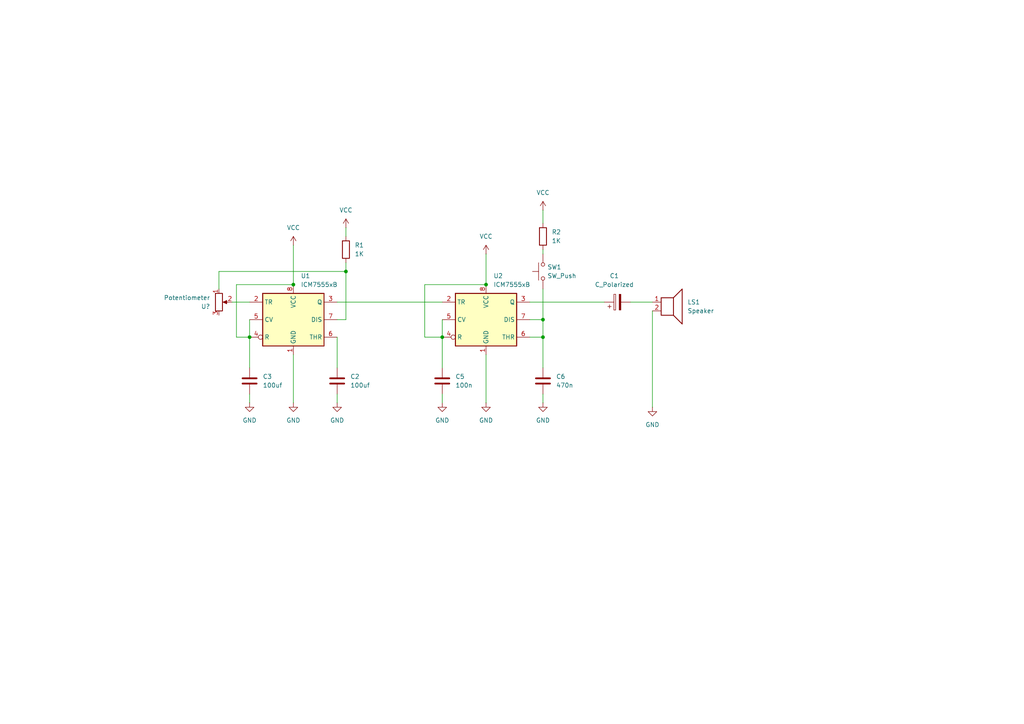
<source format=kicad_sch>
(kicad_sch
	(version 20250114)
	(generator "eeschema")
	(generator_version "9.0")
	(uuid "0be92ece-03ca-4621-92e0-e51028ae768c")
	(paper "A4")
	(lib_symbols
		(symbol "Device:C"
			(pin_numbers
				(hide yes)
			)
			(pin_names
				(offset 0.254)
			)
			(exclude_from_sim no)
			(in_bom yes)
			(on_board yes)
			(property "Reference" "C"
				(at 0.635 2.54 0)
				(effects
					(font
						(size 1.27 1.27)
					)
					(justify left)
				)
			)
			(property "Value" "C"
				(at 0.635 -2.54 0)
				(effects
					(font
						(size 1.27 1.27)
					)
					(justify left)
				)
			)
			(property "Footprint" ""
				(at 0.9652 -3.81 0)
				(effects
					(font
						(size 1.27 1.27)
					)
					(hide yes)
				)
			)
			(property "Datasheet" "~"
				(at 0 0 0)
				(effects
					(font
						(size 1.27 1.27)
					)
					(hide yes)
				)
			)
			(property "Description" "Unpolarized capacitor"
				(at 0 0 0)
				(effects
					(font
						(size 1.27 1.27)
					)
					(hide yes)
				)
			)
			(property "ki_keywords" "cap capacitor"
				(at 0 0 0)
				(effects
					(font
						(size 1.27 1.27)
					)
					(hide yes)
				)
			)
			(property "ki_fp_filters" "C_*"
				(at 0 0 0)
				(effects
					(font
						(size 1.27 1.27)
					)
					(hide yes)
				)
			)
			(symbol "C_0_1"
				(polyline
					(pts
						(xy -2.032 0.762) (xy 2.032 0.762)
					)
					(stroke
						(width 0.508)
						(type default)
					)
					(fill
						(type none)
					)
				)
				(polyline
					(pts
						(xy -2.032 -0.762) (xy 2.032 -0.762)
					)
					(stroke
						(width 0.508)
						(type default)
					)
					(fill
						(type none)
					)
				)
			)
			(symbol "C_1_1"
				(pin passive line
					(at 0 3.81 270)
					(length 2.794)
					(name "~"
						(effects
							(font
								(size 1.27 1.27)
							)
						)
					)
					(number "1"
						(effects
							(font
								(size 1.27 1.27)
							)
						)
					)
				)
				(pin passive line
					(at 0 -3.81 90)
					(length 2.794)
					(name "~"
						(effects
							(font
								(size 1.27 1.27)
							)
						)
					)
					(number "2"
						(effects
							(font
								(size 1.27 1.27)
							)
						)
					)
				)
			)
			(embedded_fonts no)
		)
		(symbol "Device:C_Polarized"
			(pin_numbers
				(hide yes)
			)
			(pin_names
				(offset 0.254)
			)
			(exclude_from_sim no)
			(in_bom yes)
			(on_board yes)
			(property "Reference" "C"
				(at 0.635 2.54 0)
				(effects
					(font
						(size 1.27 1.27)
					)
					(justify left)
				)
			)
			(property "Value" "C_Polarized"
				(at 0.635 -2.54 0)
				(effects
					(font
						(size 1.27 1.27)
					)
					(justify left)
				)
			)
			(property "Footprint" ""
				(at 0.9652 -3.81 0)
				(effects
					(font
						(size 1.27 1.27)
					)
					(hide yes)
				)
			)
			(property "Datasheet" "~"
				(at 0 0 0)
				(effects
					(font
						(size 1.27 1.27)
					)
					(hide yes)
				)
			)
			(property "Description" "Polarized capacitor"
				(at 0 0 0)
				(effects
					(font
						(size 1.27 1.27)
					)
					(hide yes)
				)
			)
			(property "ki_keywords" "cap capacitor"
				(at 0 0 0)
				(effects
					(font
						(size 1.27 1.27)
					)
					(hide yes)
				)
			)
			(property "ki_fp_filters" "CP_*"
				(at 0 0 0)
				(effects
					(font
						(size 1.27 1.27)
					)
					(hide yes)
				)
			)
			(symbol "C_Polarized_0_1"
				(rectangle
					(start -2.286 0.508)
					(end 2.286 1.016)
					(stroke
						(width 0)
						(type default)
					)
					(fill
						(type none)
					)
				)
				(polyline
					(pts
						(xy -1.778 2.286) (xy -0.762 2.286)
					)
					(stroke
						(width 0)
						(type default)
					)
					(fill
						(type none)
					)
				)
				(polyline
					(pts
						(xy -1.27 2.794) (xy -1.27 1.778)
					)
					(stroke
						(width 0)
						(type default)
					)
					(fill
						(type none)
					)
				)
				(rectangle
					(start 2.286 -0.508)
					(end -2.286 -1.016)
					(stroke
						(width 0)
						(type default)
					)
					(fill
						(type outline)
					)
				)
			)
			(symbol "C_Polarized_1_1"
				(pin passive line
					(at 0 3.81 270)
					(length 2.794)
					(name "~"
						(effects
							(font
								(size 1.27 1.27)
							)
						)
					)
					(number "1"
						(effects
							(font
								(size 1.27 1.27)
							)
						)
					)
				)
				(pin passive line
					(at 0 -3.81 90)
					(length 2.794)
					(name "~"
						(effects
							(font
								(size 1.27 1.27)
							)
						)
					)
					(number "2"
						(effects
							(font
								(size 1.27 1.27)
							)
						)
					)
				)
			)
			(embedded_fonts no)
		)
		(symbol "Device:R"
			(pin_numbers
				(hide yes)
			)
			(pin_names
				(offset 0)
			)
			(exclude_from_sim no)
			(in_bom yes)
			(on_board yes)
			(property "Reference" "R"
				(at 2.032 0 90)
				(effects
					(font
						(size 1.27 1.27)
					)
				)
			)
			(property "Value" "R"
				(at 0 0 90)
				(effects
					(font
						(size 1.27 1.27)
					)
				)
			)
			(property "Footprint" ""
				(at -1.778 0 90)
				(effects
					(font
						(size 1.27 1.27)
					)
					(hide yes)
				)
			)
			(property "Datasheet" "~"
				(at 0 0 0)
				(effects
					(font
						(size 1.27 1.27)
					)
					(hide yes)
				)
			)
			(property "Description" "Resistor"
				(at 0 0 0)
				(effects
					(font
						(size 1.27 1.27)
					)
					(hide yes)
				)
			)
			(property "ki_keywords" "R res resistor"
				(at 0 0 0)
				(effects
					(font
						(size 1.27 1.27)
					)
					(hide yes)
				)
			)
			(property "ki_fp_filters" "R_*"
				(at 0 0 0)
				(effects
					(font
						(size 1.27 1.27)
					)
					(hide yes)
				)
			)
			(symbol "R_0_1"
				(rectangle
					(start -1.016 -2.54)
					(end 1.016 2.54)
					(stroke
						(width 0.254)
						(type default)
					)
					(fill
						(type none)
					)
				)
			)
			(symbol "R_1_1"
				(pin passive line
					(at 0 3.81 270)
					(length 1.27)
					(name "~"
						(effects
							(font
								(size 1.27 1.27)
							)
						)
					)
					(number "1"
						(effects
							(font
								(size 1.27 1.27)
							)
						)
					)
				)
				(pin passive line
					(at 0 -3.81 90)
					(length 1.27)
					(name "~"
						(effects
							(font
								(size 1.27 1.27)
							)
						)
					)
					(number "2"
						(effects
							(font
								(size 1.27 1.27)
							)
						)
					)
				)
			)
			(embedded_fonts no)
		)
		(symbol "Device:R_Potentiometer"
			(pin_names
				(offset 1.016)
				(hide yes)
			)
			(exclude_from_sim no)
			(in_bom yes)
			(on_board yes)
			(property "Reference" "RV"
				(at -4.445 0 90)
				(effects
					(font
						(size 1.27 1.27)
					)
				)
			)
			(property "Value" "R_Potentiometer"
				(at -2.54 0 90)
				(effects
					(font
						(size 1.27 1.27)
					)
				)
			)
			(property "Footprint" ""
				(at 0 0 0)
				(effects
					(font
						(size 1.27 1.27)
					)
					(hide yes)
				)
			)
			(property "Datasheet" "~"
				(at 0 0 0)
				(effects
					(font
						(size 1.27 1.27)
					)
					(hide yes)
				)
			)
			(property "Description" "Potentiometer"
				(at 0 0 0)
				(effects
					(font
						(size 1.27 1.27)
					)
					(hide yes)
				)
			)
			(property "ki_keywords" "resistor variable"
				(at 0 0 0)
				(effects
					(font
						(size 1.27 1.27)
					)
					(hide yes)
				)
			)
			(property "ki_fp_filters" "Potentiometer*"
				(at 0 0 0)
				(effects
					(font
						(size 1.27 1.27)
					)
					(hide yes)
				)
			)
			(symbol "R_Potentiometer_0_1"
				(rectangle
					(start 1.016 2.54)
					(end -1.016 -2.54)
					(stroke
						(width 0.254)
						(type default)
					)
					(fill
						(type none)
					)
				)
				(polyline
					(pts
						(xy 1.143 0) (xy 2.286 0.508) (xy 2.286 -0.508) (xy 1.143 0)
					)
					(stroke
						(width 0)
						(type default)
					)
					(fill
						(type outline)
					)
				)
				(polyline
					(pts
						(xy 2.54 0) (xy 1.524 0)
					)
					(stroke
						(width 0)
						(type default)
					)
					(fill
						(type none)
					)
				)
			)
			(symbol "R_Potentiometer_1_1"
				(pin passive line
					(at 0 3.81 270)
					(length 1.27)
					(name "1"
						(effects
							(font
								(size 1.27 1.27)
							)
						)
					)
					(number "1"
						(effects
							(font
								(size 1.27 1.27)
							)
						)
					)
				)
				(pin passive line
					(at 0 -3.81 90)
					(length 1.27)
					(name "3"
						(effects
							(font
								(size 1.27 1.27)
							)
						)
					)
					(number "3"
						(effects
							(font
								(size 1.27 1.27)
							)
						)
					)
				)
				(pin passive line
					(at 3.81 0 180)
					(length 1.27)
					(name "2"
						(effects
							(font
								(size 1.27 1.27)
							)
						)
					)
					(number "2"
						(effects
							(font
								(size 1.27 1.27)
							)
						)
					)
				)
			)
			(embedded_fonts no)
		)
		(symbol "Device:Speaker"
			(pin_names
				(offset 0)
				(hide yes)
			)
			(exclude_from_sim no)
			(in_bom yes)
			(on_board yes)
			(property "Reference" "LS"
				(at 1.27 5.715 0)
				(effects
					(font
						(size 1.27 1.27)
					)
					(justify right)
				)
			)
			(property "Value" "Speaker"
				(at 1.27 3.81 0)
				(effects
					(font
						(size 1.27 1.27)
					)
					(justify right)
				)
			)
			(property "Footprint" ""
				(at 0 -5.08 0)
				(effects
					(font
						(size 1.27 1.27)
					)
					(hide yes)
				)
			)
			(property "Datasheet" "~"
				(at -0.254 -1.27 0)
				(effects
					(font
						(size 1.27 1.27)
					)
					(hide yes)
				)
			)
			(property "Description" "Speaker"
				(at 0 0 0)
				(effects
					(font
						(size 1.27 1.27)
					)
					(hide yes)
				)
			)
			(property "ki_keywords" "speaker sound"
				(at 0 0 0)
				(effects
					(font
						(size 1.27 1.27)
					)
					(hide yes)
				)
			)
			(symbol "Speaker_0_0"
				(rectangle
					(start -2.54 1.27)
					(end 1.016 -3.81)
					(stroke
						(width 0.254)
						(type default)
					)
					(fill
						(type none)
					)
				)
				(polyline
					(pts
						(xy 1.016 1.27) (xy 3.556 3.81) (xy 3.556 -6.35) (xy 1.016 -3.81)
					)
					(stroke
						(width 0.254)
						(type default)
					)
					(fill
						(type none)
					)
				)
			)
			(symbol "Speaker_1_1"
				(pin input line
					(at -5.08 0 0)
					(length 2.54)
					(name "1"
						(effects
							(font
								(size 1.27 1.27)
							)
						)
					)
					(number "1"
						(effects
							(font
								(size 1.27 1.27)
							)
						)
					)
				)
				(pin input line
					(at -5.08 -2.54 0)
					(length 2.54)
					(name "2"
						(effects
							(font
								(size 1.27 1.27)
							)
						)
					)
					(number "2"
						(effects
							(font
								(size 1.27 1.27)
							)
						)
					)
				)
			)
			(embedded_fonts no)
		)
		(symbol "Switch:SW_Push"
			(pin_numbers
				(hide yes)
			)
			(pin_names
				(offset 1.016)
				(hide yes)
			)
			(exclude_from_sim no)
			(in_bom yes)
			(on_board yes)
			(property "Reference" "SW"
				(at 1.27 2.54 0)
				(effects
					(font
						(size 1.27 1.27)
					)
					(justify left)
				)
			)
			(property "Value" "SW_Push"
				(at 0 -1.524 0)
				(effects
					(font
						(size 1.27 1.27)
					)
				)
			)
			(property "Footprint" ""
				(at 0 5.08 0)
				(effects
					(font
						(size 1.27 1.27)
					)
					(hide yes)
				)
			)
			(property "Datasheet" "~"
				(at 0 5.08 0)
				(effects
					(font
						(size 1.27 1.27)
					)
					(hide yes)
				)
			)
			(property "Description" "Push button switch, generic, two pins"
				(at 0 0 0)
				(effects
					(font
						(size 1.27 1.27)
					)
					(hide yes)
				)
			)
			(property "ki_keywords" "switch normally-open pushbutton push-button"
				(at 0 0 0)
				(effects
					(font
						(size 1.27 1.27)
					)
					(hide yes)
				)
			)
			(symbol "SW_Push_0_1"
				(circle
					(center -2.032 0)
					(radius 0.508)
					(stroke
						(width 0)
						(type default)
					)
					(fill
						(type none)
					)
				)
				(polyline
					(pts
						(xy 0 1.27) (xy 0 3.048)
					)
					(stroke
						(width 0)
						(type default)
					)
					(fill
						(type none)
					)
				)
				(circle
					(center 2.032 0)
					(radius 0.508)
					(stroke
						(width 0)
						(type default)
					)
					(fill
						(type none)
					)
				)
				(polyline
					(pts
						(xy 2.54 1.27) (xy -2.54 1.27)
					)
					(stroke
						(width 0)
						(type default)
					)
					(fill
						(type none)
					)
				)
				(pin passive line
					(at -5.08 0 0)
					(length 2.54)
					(name "1"
						(effects
							(font
								(size 1.27 1.27)
							)
						)
					)
					(number "1"
						(effects
							(font
								(size 1.27 1.27)
							)
						)
					)
				)
				(pin passive line
					(at 5.08 0 180)
					(length 2.54)
					(name "2"
						(effects
							(font
								(size 1.27 1.27)
							)
						)
					)
					(number "2"
						(effects
							(font
								(size 1.27 1.27)
							)
						)
					)
				)
			)
			(embedded_fonts no)
		)
		(symbol "Timer:ICM7555xB"
			(exclude_from_sim no)
			(in_bom yes)
			(on_board yes)
			(property "Reference" "U"
				(at -10.16 8.89 0)
				(effects
					(font
						(size 1.27 1.27)
					)
					(justify left)
				)
			)
			(property "Value" "ICM7555xB"
				(at 2.54 8.89 0)
				(effects
					(font
						(size 1.27 1.27)
					)
					(justify left)
				)
			)
			(property "Footprint" "Package_SO:SOIC-8_3.9x4.9mm_P1.27mm"
				(at 21.59 -10.16 0)
				(effects
					(font
						(size 1.27 1.27)
					)
					(hide yes)
				)
			)
			(property "Datasheet" "http://www.intersil.com/content/dam/Intersil/documents/icm7/icm7555-56.pdf"
				(at 21.59 -10.16 0)
				(effects
					(font
						(size 1.27 1.27)
					)
					(hide yes)
				)
			)
			(property "Description" "CMOS General Purpose Timer, 555 compatible, SOIC-8"
				(at 0 0 0)
				(effects
					(font
						(size 1.27 1.27)
					)
					(hide yes)
				)
			)
			(property "ki_keywords" "single timer 555"
				(at 0 0 0)
				(effects
					(font
						(size 1.27 1.27)
					)
					(hide yes)
				)
			)
			(property "ki_fp_filters" "SOIC*3.9x4.9mm*P1.27mm*"
				(at 0 0 0)
				(effects
					(font
						(size 1.27 1.27)
					)
					(hide yes)
				)
			)
			(symbol "ICM7555xB_0_0"
				(pin power_in line
					(at 0 10.16 270)
					(length 2.54)
					(name "VCC"
						(effects
							(font
								(size 1.27 1.27)
							)
						)
					)
					(number "8"
						(effects
							(font
								(size 1.27 1.27)
							)
						)
					)
				)
				(pin power_in line
					(at 0 -10.16 90)
					(length 2.54)
					(name "GND"
						(effects
							(font
								(size 1.27 1.27)
							)
						)
					)
					(number "1"
						(effects
							(font
								(size 1.27 1.27)
							)
						)
					)
				)
			)
			(symbol "ICM7555xB_0_1"
				(rectangle
					(start -8.89 -7.62)
					(end 8.89 7.62)
					(stroke
						(width 0.254)
						(type default)
					)
					(fill
						(type background)
					)
				)
				(rectangle
					(start -8.89 -7.62)
					(end 8.89 7.62)
					(stroke
						(width 0.254)
						(type default)
					)
					(fill
						(type background)
					)
				)
			)
			(symbol "ICM7555xB_1_1"
				(pin input line
					(at -12.7 5.08 0)
					(length 3.81)
					(name "TR"
						(effects
							(font
								(size 1.27 1.27)
							)
						)
					)
					(number "2"
						(effects
							(font
								(size 1.27 1.27)
							)
						)
					)
				)
				(pin input line
					(at -12.7 0 0)
					(length 3.81)
					(name "CV"
						(effects
							(font
								(size 1.27 1.27)
							)
						)
					)
					(number "5"
						(effects
							(font
								(size 1.27 1.27)
							)
						)
					)
				)
				(pin input inverted
					(at -12.7 -5.08 0)
					(length 3.81)
					(name "R"
						(effects
							(font
								(size 1.27 1.27)
							)
						)
					)
					(number "4"
						(effects
							(font
								(size 1.27 1.27)
							)
						)
					)
				)
				(pin output line
					(at 12.7 5.08 180)
					(length 3.81)
					(name "Q"
						(effects
							(font
								(size 1.27 1.27)
							)
						)
					)
					(number "3"
						(effects
							(font
								(size 1.27 1.27)
							)
						)
					)
				)
				(pin input line
					(at 12.7 0 180)
					(length 3.81)
					(name "DIS"
						(effects
							(font
								(size 1.27 1.27)
							)
						)
					)
					(number "7"
						(effects
							(font
								(size 1.27 1.27)
							)
						)
					)
				)
				(pin input line
					(at 12.7 -5.08 180)
					(length 3.81)
					(name "THR"
						(effects
							(font
								(size 1.27 1.27)
							)
						)
					)
					(number "6"
						(effects
							(font
								(size 1.27 1.27)
							)
						)
					)
				)
			)
			(embedded_fonts no)
		)
		(symbol "power:GND"
			(power)
			(pin_numbers
				(hide yes)
			)
			(pin_names
				(offset 0)
				(hide yes)
			)
			(exclude_from_sim no)
			(in_bom yes)
			(on_board yes)
			(property "Reference" "#PWR"
				(at 0 -6.35 0)
				(effects
					(font
						(size 1.27 1.27)
					)
					(hide yes)
				)
			)
			(property "Value" "GND"
				(at 0 -3.81 0)
				(effects
					(font
						(size 1.27 1.27)
					)
				)
			)
			(property "Footprint" ""
				(at 0 0 0)
				(effects
					(font
						(size 1.27 1.27)
					)
					(hide yes)
				)
			)
			(property "Datasheet" ""
				(at 0 0 0)
				(effects
					(font
						(size 1.27 1.27)
					)
					(hide yes)
				)
			)
			(property "Description" "Power symbol creates a global label with name \"GND\" , ground"
				(at 0 0 0)
				(effects
					(font
						(size 1.27 1.27)
					)
					(hide yes)
				)
			)
			(property "ki_keywords" "global power"
				(at 0 0 0)
				(effects
					(font
						(size 1.27 1.27)
					)
					(hide yes)
				)
			)
			(symbol "GND_0_1"
				(polyline
					(pts
						(xy 0 0) (xy 0 -1.27) (xy 1.27 -1.27) (xy 0 -2.54) (xy -1.27 -1.27) (xy 0 -1.27)
					)
					(stroke
						(width 0)
						(type default)
					)
					(fill
						(type none)
					)
				)
			)
			(symbol "GND_1_1"
				(pin power_in line
					(at 0 0 270)
					(length 0)
					(name "~"
						(effects
							(font
								(size 1.27 1.27)
							)
						)
					)
					(number "1"
						(effects
							(font
								(size 1.27 1.27)
							)
						)
					)
				)
			)
			(embedded_fonts no)
		)
		(symbol "power:VCC"
			(power)
			(pin_numbers
				(hide yes)
			)
			(pin_names
				(offset 0)
				(hide yes)
			)
			(exclude_from_sim no)
			(in_bom yes)
			(on_board yes)
			(property "Reference" "#PWR"
				(at 0 -3.81 0)
				(effects
					(font
						(size 1.27 1.27)
					)
					(hide yes)
				)
			)
			(property "Value" "VCC"
				(at 0 3.556 0)
				(effects
					(font
						(size 1.27 1.27)
					)
				)
			)
			(property "Footprint" ""
				(at 0 0 0)
				(effects
					(font
						(size 1.27 1.27)
					)
					(hide yes)
				)
			)
			(property "Datasheet" ""
				(at 0 0 0)
				(effects
					(font
						(size 1.27 1.27)
					)
					(hide yes)
				)
			)
			(property "Description" "Power symbol creates a global label with name \"VCC\""
				(at 0 0 0)
				(effects
					(font
						(size 1.27 1.27)
					)
					(hide yes)
				)
			)
			(property "ki_keywords" "global power"
				(at 0 0 0)
				(effects
					(font
						(size 1.27 1.27)
					)
					(hide yes)
				)
			)
			(symbol "VCC_0_1"
				(polyline
					(pts
						(xy -0.762 1.27) (xy 0 2.54)
					)
					(stroke
						(width 0)
						(type default)
					)
					(fill
						(type none)
					)
				)
				(polyline
					(pts
						(xy 0 2.54) (xy 0.762 1.27)
					)
					(stroke
						(width 0)
						(type default)
					)
					(fill
						(type none)
					)
				)
				(polyline
					(pts
						(xy 0 0) (xy 0 2.54)
					)
					(stroke
						(width 0)
						(type default)
					)
					(fill
						(type none)
					)
				)
			)
			(symbol "VCC_1_1"
				(pin power_in line
					(at 0 0 90)
					(length 0)
					(name "~"
						(effects
							(font
								(size 1.27 1.27)
							)
						)
					)
					(number "1"
						(effects
							(font
								(size 1.27 1.27)
							)
						)
					)
				)
			)
			(embedded_fonts no)
		)
	)
	(junction
		(at 157.48 92.71)
		(diameter 0)
		(color 0 0 0 0)
		(uuid "2dc699ee-5164-4d52-9e4b-bf1660023426")
	)
	(junction
		(at 72.39 97.79)
		(diameter 0)
		(color 0 0 0 0)
		(uuid "341bd075-7278-47a3-a8f7-59d72267a337")
	)
	(junction
		(at 128.27 97.79)
		(diameter 0)
		(color 0 0 0 0)
		(uuid "61910a58-4838-4f24-8b45-5be928ff1313")
	)
	(junction
		(at 85.09 82.55)
		(diameter 0)
		(color 0 0 0 0)
		(uuid "76dcad4a-932c-4acb-8184-13e106473e03")
	)
	(junction
		(at 100.33 78.74)
		(diameter 0)
		(color 0 0 0 0)
		(uuid "98648bf5-3a74-4a8b-abab-12611d37e640")
	)
	(junction
		(at 157.48 97.79)
		(diameter 0)
		(color 0 0 0 0)
		(uuid "e3ebe1c5-7ce7-4415-b715-57192cd62d89")
	)
	(junction
		(at 140.97 82.55)
		(diameter 0)
		(color 0 0 0 0)
		(uuid "f3e204fe-8898-4811-b0d0-f0ff1851ec67")
	)
	(wire
		(pts
			(xy 123.19 97.79) (xy 123.19 82.55)
		)
		(stroke
			(width 0)
			(type default)
		)
		(uuid "062c93de-aca7-4e70-8c52-ca67fac3dea1")
	)
	(wire
		(pts
			(xy 157.48 83.82) (xy 157.48 92.71)
		)
		(stroke
			(width 0)
			(type default)
		)
		(uuid "09a9a8f7-317d-406b-aa4e-7f75cf205d25")
	)
	(wire
		(pts
			(xy 182.88 87.63) (xy 189.23 87.63)
		)
		(stroke
			(width 0)
			(type default)
		)
		(uuid "10368546-c1db-438c-91d6-73e1f7bd5c35")
	)
	(wire
		(pts
			(xy 85.09 71.12) (xy 85.09 82.55)
		)
		(stroke
			(width 0)
			(type default)
		)
		(uuid "14483e95-81d2-4c97-a111-67a1f55a9e5d")
	)
	(wire
		(pts
			(xy 100.33 78.74) (xy 100.33 92.71)
		)
		(stroke
			(width 0)
			(type default)
		)
		(uuid "160fbbed-35a7-4fec-8a31-16af8ab62a54")
	)
	(wire
		(pts
			(xy 97.79 92.71) (xy 100.33 92.71)
		)
		(stroke
			(width 0)
			(type default)
		)
		(uuid "1a9076ab-29ba-4b52-94bb-730ce86e6e97")
	)
	(wire
		(pts
			(xy 67.31 87.63) (xy 72.39 87.63)
		)
		(stroke
			(width 0)
			(type default)
		)
		(uuid "25bfbc6a-7956-4c96-82f6-2376c2d0b6b8")
	)
	(wire
		(pts
			(xy 157.48 92.71) (xy 157.48 97.79)
		)
		(stroke
			(width 0)
			(type default)
		)
		(uuid "2d6a4f86-da18-43ff-9ecf-f0eaa8dede06")
	)
	(wire
		(pts
			(xy 72.39 97.79) (xy 72.39 106.68)
		)
		(stroke
			(width 0)
			(type default)
		)
		(uuid "335786ff-19f7-4a7e-988b-edcfda654223")
	)
	(wire
		(pts
			(xy 140.97 102.87) (xy 140.97 116.84)
		)
		(stroke
			(width 0)
			(type default)
		)
		(uuid "354d6cd5-d7e1-416d-8e16-11e2371daa14")
	)
	(wire
		(pts
			(xy 157.48 97.79) (xy 157.48 106.68)
		)
		(stroke
			(width 0)
			(type default)
		)
		(uuid "3d7a8f67-6613-4707-98e6-c51f181625fe")
	)
	(wire
		(pts
			(xy 153.67 92.71) (xy 157.48 92.71)
		)
		(stroke
			(width 0)
			(type default)
		)
		(uuid "42387ff6-636f-4b21-8d78-2c151ba6671d")
	)
	(wire
		(pts
			(xy 157.48 60.96) (xy 157.48 64.77)
		)
		(stroke
			(width 0)
			(type default)
		)
		(uuid "4ba01b03-c2d3-46b4-b5c2-035fb820826c")
	)
	(wire
		(pts
			(xy 97.79 97.79) (xy 97.79 106.68)
		)
		(stroke
			(width 0)
			(type default)
		)
		(uuid "50df8793-9817-467e-b4ca-f10259d9df90")
	)
	(wire
		(pts
			(xy 63.5 78.74) (xy 100.33 78.74)
		)
		(stroke
			(width 0)
			(type default)
		)
		(uuid "5b5c2dff-3154-4c5a-bad9-ec84e7ae4701")
	)
	(wire
		(pts
			(xy 68.58 97.79) (xy 68.58 82.55)
		)
		(stroke
			(width 0)
			(type default)
		)
		(uuid "5e20dd1d-8b8d-48a5-a2aa-27331f4aa3d5")
	)
	(wire
		(pts
			(xy 128.27 92.71) (xy 128.27 97.79)
		)
		(stroke
			(width 0)
			(type default)
		)
		(uuid "5ffbdf0a-6d68-4250-9cbe-a98273e89417")
	)
	(wire
		(pts
			(xy 128.27 97.79) (xy 123.19 97.79)
		)
		(stroke
			(width 0)
			(type default)
		)
		(uuid "64af2831-7bb9-491a-8197-309a20e99a57")
	)
	(wire
		(pts
			(xy 100.33 76.2) (xy 100.33 78.74)
		)
		(stroke
			(width 0)
			(type default)
		)
		(uuid "779867fe-f3aa-49c9-8a37-46b90a55e486")
	)
	(wire
		(pts
			(xy 128.27 97.79) (xy 128.27 106.68)
		)
		(stroke
			(width 0)
			(type default)
		)
		(uuid "7f48fb75-830c-4a25-9fa8-059dc33bbd5f")
	)
	(wire
		(pts
			(xy 72.39 97.79) (xy 68.58 97.79)
		)
		(stroke
			(width 0)
			(type default)
		)
		(uuid "81e7eb9f-6e6d-4a9f-8c77-d23ccb78a980")
	)
	(wire
		(pts
			(xy 140.97 73.66) (xy 140.97 82.55)
		)
		(stroke
			(width 0)
			(type default)
		)
		(uuid "95cb3446-de87-4508-96f9-7e40b844d9d8")
	)
	(wire
		(pts
			(xy 97.79 87.63) (xy 128.27 87.63)
		)
		(stroke
			(width 0)
			(type default)
		)
		(uuid "983b95cf-3233-4048-9112-189ed245bb4f")
	)
	(wire
		(pts
			(xy 123.19 82.55) (xy 140.97 82.55)
		)
		(stroke
			(width 0)
			(type default)
		)
		(uuid "9f1294d5-40ea-46f0-96fd-4ca446155110")
	)
	(wire
		(pts
			(xy 100.33 66.04) (xy 100.33 68.58)
		)
		(stroke
			(width 0)
			(type default)
		)
		(uuid "a267d6e3-edb5-4093-a276-1da502bd2af9")
	)
	(wire
		(pts
			(xy 128.27 114.3) (xy 128.27 116.84)
		)
		(stroke
			(width 0)
			(type default)
		)
		(uuid "a95bf332-95f9-4bd9-9370-af119c8cb76f")
	)
	(wire
		(pts
			(xy 157.48 114.3) (xy 157.48 116.84)
		)
		(stroke
			(width 0)
			(type default)
		)
		(uuid "ad7bb6b3-a576-4b28-9f78-508682495c2a")
	)
	(wire
		(pts
			(xy 85.09 102.87) (xy 85.09 116.84)
		)
		(stroke
			(width 0)
			(type default)
		)
		(uuid "bcc9be84-344d-4684-8fcc-97d1064858d6")
	)
	(wire
		(pts
			(xy 97.79 114.3) (xy 97.79 116.84)
		)
		(stroke
			(width 0)
			(type default)
		)
		(uuid "bd00e768-8890-44c7-b30c-c1ed474de70f")
	)
	(wire
		(pts
			(xy 72.39 92.71) (xy 72.39 97.79)
		)
		(stroke
			(width 0)
			(type default)
		)
		(uuid "be89be6b-b89e-4a4a-bb99-4e2514770d29")
	)
	(wire
		(pts
			(xy 157.48 72.39) (xy 157.48 73.66)
		)
		(stroke
			(width 0)
			(type default)
		)
		(uuid "cf8ceda6-b4ad-4216-91f7-d805e47b61d5")
	)
	(wire
		(pts
			(xy 189.23 90.17) (xy 189.23 118.11)
		)
		(stroke
			(width 0)
			(type default)
		)
		(uuid "d68d16a6-2f99-4ac9-b0ee-9913e9b30e99")
	)
	(wire
		(pts
			(xy 63.5 83.82) (xy 63.5 78.74)
		)
		(stroke
			(width 0)
			(type default)
		)
		(uuid "ec52216d-4f28-4a4d-89f1-bd4577ad6707")
	)
	(wire
		(pts
			(xy 153.67 87.63) (xy 175.26 87.63)
		)
		(stroke
			(width 0)
			(type default)
		)
		(uuid "f0d5c50a-064b-4f7f-a2b1-2b24507dd69c")
	)
	(wire
		(pts
			(xy 68.58 82.55) (xy 85.09 82.55)
		)
		(stroke
			(width 0)
			(type default)
		)
		(uuid "f9e0274f-4639-4891-ad65-d2829703374e")
	)
	(wire
		(pts
			(xy 72.39 114.3) (xy 72.39 116.84)
		)
		(stroke
			(width 0)
			(type default)
		)
		(uuid "fb7ca64a-3e6a-46b4-a119-a5848085e053")
	)
	(wire
		(pts
			(xy 153.67 97.79) (xy 157.48 97.79)
		)
		(stroke
			(width 0)
			(type default)
		)
		(uuid "fe1108c8-5e50-4859-ab3e-f90a66857895")
	)
	(symbol
		(lib_id "Device:R")
		(at 100.33 72.39 0)
		(unit 1)
		(exclude_from_sim no)
		(in_bom yes)
		(on_board yes)
		(dnp no)
		(fields_autoplaced yes)
		(uuid "158a5fea-87b3-44f9-aa9a-933cf75d3155")
		(property "Reference" "R1"
			(at 102.87 71.1199 0)
			(effects
				(font
					(size 1.27 1.27)
				)
				(justify left)
			)
		)
		(property "Value" "1K"
			(at 102.87 73.6599 0)
			(effects
				(font
					(size 1.27 1.27)
				)
				(justify left)
			)
		)
		(property "Footprint" ""
			(at 98.552 72.39 90)
			(effects
				(font
					(size 1.27 1.27)
				)
				(hide yes)
			)
		)
		(property "Datasheet" "~"
			(at 100.33 72.39 0)
			(effects
				(font
					(size 1.27 1.27)
				)
				(hide yes)
			)
		)
		(property "Description" "Resistor"
			(at 100.33 72.39 0)
			(effects
				(font
					(size 1.27 1.27)
				)
				(hide yes)
			)
		)
		(pin "1"
			(uuid "18d37084-1851-4ddd-96bf-3dea21f5fe4f")
		)
		(pin "2"
			(uuid "223ce26d-1fdc-4231-8585-c692ce885499")
		)
		(instances
			(project ""
				(path "/0be92ece-03ca-4621-92e0-e51028ae768c"
					(reference "R1")
					(unit 1)
				)
			)
		)
	)
	(symbol
		(lib_id "Device:C")
		(at 128.27 110.49 0)
		(unit 1)
		(exclude_from_sim no)
		(in_bom yes)
		(on_board yes)
		(dnp no)
		(fields_autoplaced yes)
		(uuid "26e09fcb-e51b-4831-9eca-02b81875d08d")
		(property "Reference" "C5"
			(at 132.08 109.2199 0)
			(effects
				(font
					(size 1.27 1.27)
				)
				(justify left)
			)
		)
		(property "Value" "100n"
			(at 132.08 111.7599 0)
			(effects
				(font
					(size 1.27 1.27)
				)
				(justify left)
			)
		)
		(property "Footprint" ""
			(at 129.2352 114.3 0)
			(effects
				(font
					(size 1.27 1.27)
				)
				(hide yes)
			)
		)
		(property "Datasheet" "~"
			(at 128.27 110.49 0)
			(effects
				(font
					(size 1.27 1.27)
				)
				(hide yes)
			)
		)
		(property "Description" "Unpolarized capacitor"
			(at 128.27 110.49 0)
			(effects
				(font
					(size 1.27 1.27)
				)
				(hide yes)
			)
		)
		(pin "1"
			(uuid "041e0562-f6cb-4d96-bec2-9ca36ef9dfdd")
		)
		(pin "2"
			(uuid "e4966996-b662-49ac-8aa4-84bb31466d25")
		)
		(instances
			(project ""
				(path "/0be92ece-03ca-4621-92e0-e51028ae768c"
					(reference "C5")
					(unit 1)
				)
			)
		)
	)
	(symbol
		(lib_id "power:GND")
		(at 189.23 118.11 0)
		(unit 1)
		(exclude_from_sim no)
		(in_bom yes)
		(on_board yes)
		(dnp no)
		(fields_autoplaced yes)
		(uuid "2987ba87-82b1-46ec-b593-8d2ac6a908b0")
		(property "Reference" "#PWR011"
			(at 189.23 124.46 0)
			(effects
				(font
					(size 1.27 1.27)
				)
				(hide yes)
			)
		)
		(property "Value" "GND"
			(at 189.23 123.19 0)
			(effects
				(font
					(size 1.27 1.27)
				)
			)
		)
		(property "Footprint" ""
			(at 189.23 118.11 0)
			(effects
				(font
					(size 1.27 1.27)
				)
				(hide yes)
			)
		)
		(property "Datasheet" ""
			(at 189.23 118.11 0)
			(effects
				(font
					(size 1.27 1.27)
				)
				(hide yes)
			)
		)
		(property "Description" "Power symbol creates a global label with name \"GND\" , ground"
			(at 189.23 118.11 0)
			(effects
				(font
					(size 1.27 1.27)
				)
				(hide yes)
			)
		)
		(pin "1"
			(uuid "eba4e073-79d0-4229-b1a1-d05ff38e8b61")
		)
		(instances
			(project "atari punk console variación"
				(path "/0be92ece-03ca-4621-92e0-e51028ae768c"
					(reference "#PWR011")
					(unit 1)
				)
			)
		)
	)
	(symbol
		(lib_id "power:GND")
		(at 157.48 116.84 0)
		(unit 1)
		(exclude_from_sim no)
		(in_bom yes)
		(on_board yes)
		(dnp no)
		(fields_autoplaced yes)
		(uuid "2d555966-8586-4e5a-8f4b-fbc5db2fe253")
		(property "Reference" "#PWR09"
			(at 157.48 123.19 0)
			(effects
				(font
					(size 1.27 1.27)
				)
				(hide yes)
			)
		)
		(property "Value" "GND"
			(at 157.48 121.92 0)
			(effects
				(font
					(size 1.27 1.27)
				)
			)
		)
		(property "Footprint" ""
			(at 157.48 116.84 0)
			(effects
				(font
					(size 1.27 1.27)
				)
				(hide yes)
			)
		)
		(property "Datasheet" ""
			(at 157.48 116.84 0)
			(effects
				(font
					(size 1.27 1.27)
				)
				(hide yes)
			)
		)
		(property "Description" "Power symbol creates a global label with name \"GND\" , ground"
			(at 157.48 116.84 0)
			(effects
				(font
					(size 1.27 1.27)
				)
				(hide yes)
			)
		)
		(pin "1"
			(uuid "1e74fea8-ad42-48c8-958c-b3eca4c7af3c")
		)
		(instances
			(project "atari punk console variación"
				(path "/0be92ece-03ca-4621-92e0-e51028ae768c"
					(reference "#PWR09")
					(unit 1)
				)
			)
		)
	)
	(symbol
		(lib_id "Device:R")
		(at 157.48 68.58 0)
		(unit 1)
		(exclude_from_sim no)
		(in_bom yes)
		(on_board yes)
		(dnp no)
		(fields_autoplaced yes)
		(uuid "39067792-98d9-423e-a1e8-6827612d5370")
		(property "Reference" "R2"
			(at 160.02 67.3099 0)
			(effects
				(font
					(size 1.27 1.27)
				)
				(justify left)
			)
		)
		(property "Value" "1K"
			(at 160.02 69.8499 0)
			(effects
				(font
					(size 1.27 1.27)
				)
				(justify left)
			)
		)
		(property "Footprint" ""
			(at 155.702 68.58 90)
			(effects
				(font
					(size 1.27 1.27)
				)
				(hide yes)
			)
		)
		(property "Datasheet" "~"
			(at 157.48 68.58 0)
			(effects
				(font
					(size 1.27 1.27)
				)
				(hide yes)
			)
		)
		(property "Description" "Resistor"
			(at 157.48 68.58 0)
			(effects
				(font
					(size 1.27 1.27)
				)
				(hide yes)
			)
		)
		(pin "2"
			(uuid "aee8e313-40b9-40e3-9a42-18504d3c770d")
		)
		(pin "1"
			(uuid "8e406155-1e3a-4384-bd26-304eb14d84e6")
		)
		(instances
			(project ""
				(path "/0be92ece-03ca-4621-92e0-e51028ae768c"
					(reference "R2")
					(unit 1)
				)
			)
		)
	)
	(symbol
		(lib_id "power:GND")
		(at 85.09 116.84 0)
		(unit 1)
		(exclude_from_sim no)
		(in_bom yes)
		(on_board yes)
		(dnp no)
		(fields_autoplaced yes)
		(uuid "3ca01929-ae30-40b0-ae8a-6b4823e0eab1")
		(property "Reference" "#PWR05"
			(at 85.09 123.19 0)
			(effects
				(font
					(size 1.27 1.27)
				)
				(hide yes)
			)
		)
		(property "Value" "GND"
			(at 85.09 121.92 0)
			(effects
				(font
					(size 1.27 1.27)
				)
			)
		)
		(property "Footprint" ""
			(at 85.09 116.84 0)
			(effects
				(font
					(size 1.27 1.27)
				)
				(hide yes)
			)
		)
		(property "Datasheet" ""
			(at 85.09 116.84 0)
			(effects
				(font
					(size 1.27 1.27)
				)
				(hide yes)
			)
		)
		(property "Description" "Power symbol creates a global label with name \"GND\" , ground"
			(at 85.09 116.84 0)
			(effects
				(font
					(size 1.27 1.27)
				)
				(hide yes)
			)
		)
		(pin "1"
			(uuid "abfe1db8-9eef-48ae-8a03-461aaf3cec47")
		)
		(instances
			(project ""
				(path "/0be92ece-03ca-4621-92e0-e51028ae768c"
					(reference "#PWR05")
					(unit 1)
				)
			)
		)
	)
	(symbol
		(lib_id "Timer:ICM7555xB")
		(at 140.97 92.71 0)
		(unit 1)
		(exclude_from_sim no)
		(in_bom yes)
		(on_board yes)
		(dnp no)
		(fields_autoplaced yes)
		(uuid "42ed7b14-6a50-4280-b488-e62c2382a167")
		(property "Reference" "U2"
			(at 143.1133 80.01 0)
			(effects
				(font
					(size 1.27 1.27)
				)
				(justify left)
			)
		)
		(property "Value" "ICM7555xB"
			(at 143.1133 82.55 0)
			(effects
				(font
					(size 1.27 1.27)
				)
				(justify left)
			)
		)
		(property "Footprint" "Package_SO:SOIC-8_3.9x4.9mm_P1.27mm"
			(at 162.56 102.87 0)
			(effects
				(font
					(size 1.27 1.27)
				)
				(hide yes)
			)
		)
		(property "Datasheet" "http://www.intersil.com/content/dam/Intersil/documents/icm7/icm7555-56.pdf"
			(at 162.56 102.87 0)
			(effects
				(font
					(size 1.27 1.27)
				)
				(hide yes)
			)
		)
		(property "Description" "CMOS General Purpose Timer, 555 compatible, SOIC-8"
			(at 140.97 92.71 0)
			(effects
				(font
					(size 1.27 1.27)
				)
				(hide yes)
			)
		)
		(pin "4"
			(uuid "22ee2d9f-1558-425a-b663-b038a14ef3cb")
		)
		(pin "7"
			(uuid "50123a43-0533-4897-a11f-c31c609dce5f")
		)
		(pin "2"
			(uuid "2a2f2ae7-e551-4c91-a0d4-0a64c6d15921")
		)
		(pin "1"
			(uuid "a06df1d9-cde1-40fe-b7b3-fa19e33f7559")
		)
		(pin "3"
			(uuid "7358285c-3077-4775-9d16-a9ea8395bec4")
		)
		(pin "8"
			(uuid "ef51ac6d-1665-4e6c-83cc-1c869c16d3a8")
		)
		(pin "6"
			(uuid "16259958-1f6b-48cc-93e1-000110d82362")
		)
		(pin "5"
			(uuid "e5a14a22-396a-4a2b-b587-ffed89d751c6")
		)
		(instances
			(project ""
				(path "/0be92ece-03ca-4621-92e0-e51028ae768c"
					(reference "U2")
					(unit 1)
				)
			)
		)
	)
	(symbol
		(lib_id "Device:C_Polarized")
		(at 179.07 87.63 90)
		(unit 1)
		(exclude_from_sim no)
		(in_bom yes)
		(on_board yes)
		(dnp no)
		(fields_autoplaced yes)
		(uuid "4b494536-5ff0-418d-8f29-1472a5504b7f")
		(property "Reference" "C1"
			(at 178.181 80.01 90)
			(effects
				(font
					(size 1.27 1.27)
				)
			)
		)
		(property "Value" "C_Polarized"
			(at 178.181 82.55 90)
			(effects
				(font
					(size 1.27 1.27)
				)
			)
		)
		(property "Footprint" ""
			(at 182.88 86.6648 0)
			(effects
				(font
					(size 1.27 1.27)
				)
				(hide yes)
			)
		)
		(property "Datasheet" "~"
			(at 179.07 87.63 0)
			(effects
				(font
					(size 1.27 1.27)
				)
				(hide yes)
			)
		)
		(property "Description" "Polarized capacitor"
			(at 179.07 87.63 0)
			(effects
				(font
					(size 1.27 1.27)
				)
				(hide yes)
			)
		)
		(pin "1"
			(uuid "26b6f803-5b8e-44d0-a0d3-2dcfefe6ff3f")
		)
		(pin "2"
			(uuid "18cd61c3-434a-467e-ba3f-b4e012832096")
		)
		(instances
			(project ""
				(path "/0be92ece-03ca-4621-92e0-e51028ae768c"
					(reference "C1")
					(unit 1)
				)
			)
		)
	)
	(symbol
		(lib_id "power:GND")
		(at 140.97 116.84 0)
		(unit 1)
		(exclude_from_sim no)
		(in_bom yes)
		(on_board yes)
		(dnp no)
		(fields_autoplaced yes)
		(uuid "4c055639-ff9f-4a3a-b108-b72eaf1c90bc")
		(property "Reference" "#PWR08"
			(at 140.97 123.19 0)
			(effects
				(font
					(size 1.27 1.27)
				)
				(hide yes)
			)
		)
		(property "Value" "GND"
			(at 140.97 121.92 0)
			(effects
				(font
					(size 1.27 1.27)
				)
			)
		)
		(property "Footprint" ""
			(at 140.97 116.84 0)
			(effects
				(font
					(size 1.27 1.27)
				)
				(hide yes)
			)
		)
		(property "Datasheet" ""
			(at 140.97 116.84 0)
			(effects
				(font
					(size 1.27 1.27)
				)
				(hide yes)
			)
		)
		(property "Description" "Power symbol creates a global label with name \"GND\" , ground"
			(at 140.97 116.84 0)
			(effects
				(font
					(size 1.27 1.27)
				)
				(hide yes)
			)
		)
		(pin "1"
			(uuid "2c76f8d2-229b-462a-ae9c-2e686bfc8bfd")
		)
		(instances
			(project "atari punk console variación"
				(path "/0be92ece-03ca-4621-92e0-e51028ae768c"
					(reference "#PWR08")
					(unit 1)
				)
			)
		)
	)
	(symbol
		(lib_id "power:VCC")
		(at 157.48 60.96 0)
		(unit 1)
		(exclude_from_sim no)
		(in_bom yes)
		(on_board yes)
		(dnp no)
		(fields_autoplaced yes)
		(uuid "5aa97c1c-7af2-41f4-b48e-f980a7caa657")
		(property "Reference" "#PWR03"
			(at 157.48 64.77 0)
			(effects
				(font
					(size 1.27 1.27)
				)
				(hide yes)
			)
		)
		(property "Value" "VCC"
			(at 157.48 55.88 0)
			(effects
				(font
					(size 1.27 1.27)
				)
			)
		)
		(property "Footprint" ""
			(at 157.48 60.96 0)
			(effects
				(font
					(size 1.27 1.27)
				)
				(hide yes)
			)
		)
		(property "Datasheet" ""
			(at 157.48 60.96 0)
			(effects
				(font
					(size 1.27 1.27)
				)
				(hide yes)
			)
		)
		(property "Description" "Power symbol creates a global label with name \"VCC\""
			(at 157.48 60.96 0)
			(effects
				(font
					(size 1.27 1.27)
				)
				(hide yes)
			)
		)
		(pin "1"
			(uuid "bb0888eb-eb37-467e-a2c0-17b9c2c68c4c")
		)
		(instances
			(project ""
				(path "/0be92ece-03ca-4621-92e0-e51028ae768c"
					(reference "#PWR03")
					(unit 1)
				)
			)
		)
	)
	(symbol
		(lib_id "Device:Speaker")
		(at 194.31 87.63 0)
		(unit 1)
		(exclude_from_sim no)
		(in_bom yes)
		(on_board yes)
		(dnp no)
		(fields_autoplaced yes)
		(uuid "622df131-bfb1-4f49-a851-0f8dc22425b7")
		(property "Reference" "LS1"
			(at 199.39 87.6299 0)
			(effects
				(font
					(size 1.27 1.27)
				)
				(justify left)
			)
		)
		(property "Value" "Speaker"
			(at 199.39 90.1699 0)
			(effects
				(font
					(size 1.27 1.27)
				)
				(justify left)
			)
		)
		(property "Footprint" ""
			(at 194.31 92.71 0)
			(effects
				(font
					(size 1.27 1.27)
				)
				(hide yes)
			)
		)
		(property "Datasheet" "~"
			(at 194.056 88.9 0)
			(effects
				(font
					(size 1.27 1.27)
				)
				(hide yes)
			)
		)
		(property "Description" "Speaker"
			(at 194.31 87.63 0)
			(effects
				(font
					(size 1.27 1.27)
				)
				(hide yes)
			)
		)
		(pin "1"
			(uuid "50a4b6b1-371e-4795-9c37-b561fd013673")
		)
		(pin "2"
			(uuid "db738058-37ab-480e-8520-1797090fac34")
		)
		(instances
			(project ""
				(path "/0be92ece-03ca-4621-92e0-e51028ae768c"
					(reference "LS1")
					(unit 1)
				)
			)
		)
	)
	(symbol
		(lib_id "power:VCC")
		(at 140.97 73.66 0)
		(unit 1)
		(exclude_from_sim no)
		(in_bom yes)
		(on_board yes)
		(dnp no)
		(fields_autoplaced yes)
		(uuid "6832022e-428c-4ac2-a2e7-ccbe8eb8cd4f")
		(property "Reference" "#PWR04"
			(at 140.97 77.47 0)
			(effects
				(font
					(size 1.27 1.27)
				)
				(hide yes)
			)
		)
		(property "Value" "VCC"
			(at 140.97 68.58 0)
			(effects
				(font
					(size 1.27 1.27)
				)
			)
		)
		(property "Footprint" ""
			(at 140.97 73.66 0)
			(effects
				(font
					(size 1.27 1.27)
				)
				(hide yes)
			)
		)
		(property "Datasheet" ""
			(at 140.97 73.66 0)
			(effects
				(font
					(size 1.27 1.27)
				)
				(hide yes)
			)
		)
		(property "Description" "Power symbol creates a global label with name \"VCC\""
			(at 140.97 73.66 0)
			(effects
				(font
					(size 1.27 1.27)
				)
				(hide yes)
			)
		)
		(pin "1"
			(uuid "c64a2259-906a-42fa-a42a-b5a69425e68c")
		)
		(instances
			(project ""
				(path "/0be92ece-03ca-4621-92e0-e51028ae768c"
					(reference "#PWR04")
					(unit 1)
				)
			)
		)
	)
	(symbol
		(lib_id "Device:C")
		(at 72.39 110.49 0)
		(unit 1)
		(exclude_from_sim no)
		(in_bom yes)
		(on_board yes)
		(dnp no)
		(fields_autoplaced yes)
		(uuid "706ebcef-47ff-4973-a6db-3448cee1cc6c")
		(property "Reference" "C3"
			(at 76.2 109.2199 0)
			(effects
				(font
					(size 1.27 1.27)
				)
				(justify left)
			)
		)
		(property "Value" "100uf"
			(at 76.2 111.7599 0)
			(effects
				(font
					(size 1.27 1.27)
				)
				(justify left)
			)
		)
		(property "Footprint" ""
			(at 73.3552 114.3 0)
			(effects
				(font
					(size 1.27 1.27)
				)
				(hide yes)
			)
		)
		(property "Datasheet" "~"
			(at 72.39 110.49 0)
			(effects
				(font
					(size 1.27 1.27)
				)
				(hide yes)
			)
		)
		(property "Description" "Unpolarized capacitor"
			(at 72.39 110.49 0)
			(effects
				(font
					(size 1.27 1.27)
				)
				(hide yes)
			)
		)
		(pin "1"
			(uuid "c46fe401-0261-4557-9ecd-cc8f5b481aa1")
		)
		(pin "2"
			(uuid "347b2190-c18d-49a8-80fc-89891d8db600")
		)
		(instances
			(project ""
				(path "/0be92ece-03ca-4621-92e0-e51028ae768c"
					(reference "C3")
					(unit 1)
				)
			)
		)
	)
	(symbol
		(lib_id "power:VCC")
		(at 100.33 66.04 0)
		(unit 1)
		(exclude_from_sim no)
		(in_bom yes)
		(on_board yes)
		(dnp no)
		(fields_autoplaced yes)
		(uuid "74d84a2b-2cde-4e52-a8e9-df6f7a3c99d7")
		(property "Reference" "#PWR02"
			(at 100.33 69.85 0)
			(effects
				(font
					(size 1.27 1.27)
				)
				(hide yes)
			)
		)
		(property "Value" "VCC"
			(at 100.33 60.96 0)
			(effects
				(font
					(size 1.27 1.27)
				)
			)
		)
		(property "Footprint" ""
			(at 100.33 66.04 0)
			(effects
				(font
					(size 1.27 1.27)
				)
				(hide yes)
			)
		)
		(property "Datasheet" ""
			(at 100.33 66.04 0)
			(effects
				(font
					(size 1.27 1.27)
				)
				(hide yes)
			)
		)
		(property "Description" "Power symbol creates a global label with name \"VCC\""
			(at 100.33 66.04 0)
			(effects
				(font
					(size 1.27 1.27)
				)
				(hide yes)
			)
		)
		(pin "1"
			(uuid "d28e5e7b-b3c7-469b-8a44-c5c05f3363da")
		)
		(instances
			(project ""
				(path "/0be92ece-03ca-4621-92e0-e51028ae768c"
					(reference "#PWR02")
					(unit 1)
				)
			)
		)
	)
	(symbol
		(lib_id "power:GND")
		(at 128.27 116.84 0)
		(unit 1)
		(exclude_from_sim no)
		(in_bom yes)
		(on_board yes)
		(dnp no)
		(fields_autoplaced yes)
		(uuid "917bbf1d-0e0b-408d-8e97-b49b28c26470")
		(property "Reference" "#PWR07"
			(at 128.27 123.19 0)
			(effects
				(font
					(size 1.27 1.27)
				)
				(hide yes)
			)
		)
		(property "Value" "GND"
			(at 128.27 121.92 0)
			(effects
				(font
					(size 1.27 1.27)
				)
			)
		)
		(property "Footprint" ""
			(at 128.27 116.84 0)
			(effects
				(font
					(size 1.27 1.27)
				)
				(hide yes)
			)
		)
		(property "Datasheet" ""
			(at 128.27 116.84 0)
			(effects
				(font
					(size 1.27 1.27)
				)
				(hide yes)
			)
		)
		(property "Description" "Power symbol creates a global label with name \"GND\" , ground"
			(at 128.27 116.84 0)
			(effects
				(font
					(size 1.27 1.27)
				)
				(hide yes)
			)
		)
		(pin "1"
			(uuid "06e5ce58-103e-4790-9578-28b866e4750f")
		)
		(instances
			(project "atari punk console variación"
				(path "/0be92ece-03ca-4621-92e0-e51028ae768c"
					(reference "#PWR07")
					(unit 1)
				)
			)
		)
	)
	(symbol
		(lib_id "Switch:SW_Push")
		(at 157.48 78.74 90)
		(unit 1)
		(exclude_from_sim no)
		(in_bom yes)
		(on_board yes)
		(dnp no)
		(fields_autoplaced yes)
		(uuid "9635447b-cbea-4cc2-a760-7fcf6855068b")
		(property "Reference" "SW1"
			(at 158.75 77.4699 90)
			(effects
				(font
					(size 1.27 1.27)
				)
				(justify right)
			)
		)
		(property "Value" "SW_Push"
			(at 158.75 80.0099 90)
			(effects
				(font
					(size 1.27 1.27)
				)
				(justify right)
			)
		)
		(property "Footprint" ""
			(at 152.4 78.74 0)
			(effects
				(font
					(size 1.27 1.27)
				)
				(hide yes)
			)
		)
		(property "Datasheet" "~"
			(at 152.4 78.74 0)
			(effects
				(font
					(size 1.27 1.27)
				)
				(hide yes)
			)
		)
		(property "Description" "Push button switch, generic, two pins"
			(at 157.48 78.74 0)
			(effects
				(font
					(size 1.27 1.27)
				)
				(hide yes)
			)
		)
		(pin "1"
			(uuid "1ad4e893-7efe-40fb-8934-44ec325b0343")
		)
		(pin "2"
			(uuid "8b89bc9e-649f-413e-9a14-5a646d6c0d6c")
		)
		(instances
			(project ""
				(path "/0be92ece-03ca-4621-92e0-e51028ae768c"
					(reference "SW1")
					(unit 1)
				)
			)
		)
	)
	(symbol
		(lib_id "Device:C")
		(at 97.79 110.49 0)
		(unit 1)
		(exclude_from_sim no)
		(in_bom yes)
		(on_board yes)
		(dnp no)
		(fields_autoplaced yes)
		(uuid "a487fb5a-8fe9-45de-846a-42dbd55f5f15")
		(property "Reference" "C2"
			(at 101.6 109.2199 0)
			(effects
				(font
					(size 1.27 1.27)
				)
				(justify left)
			)
		)
		(property "Value" "100uf"
			(at 101.6 111.7599 0)
			(effects
				(font
					(size 1.27 1.27)
				)
				(justify left)
			)
		)
		(property "Footprint" ""
			(at 98.7552 114.3 0)
			(effects
				(font
					(size 1.27 1.27)
				)
				(hide yes)
			)
		)
		(property "Datasheet" "~"
			(at 97.79 110.49 0)
			(effects
				(font
					(size 1.27 1.27)
				)
				(hide yes)
			)
		)
		(property "Description" "Unpolarized capacitor"
			(at 97.79 110.49 0)
			(effects
				(font
					(size 1.27 1.27)
				)
				(hide yes)
			)
		)
		(pin "2"
			(uuid "b237f362-7ae8-4328-a7f6-5ba0154d9d4c")
		)
		(pin "1"
			(uuid "b09647cc-a55f-4610-b3be-b782b0b7f9a6")
		)
		(instances
			(project ""
				(path "/0be92ece-03ca-4621-92e0-e51028ae768c"
					(reference "C2")
					(unit 1)
				)
			)
		)
	)
	(symbol
		(lib_id "Device:C")
		(at 157.48 110.49 0)
		(unit 1)
		(exclude_from_sim no)
		(in_bom yes)
		(on_board yes)
		(dnp no)
		(fields_autoplaced yes)
		(uuid "aaca123f-69e2-47eb-9184-963d28e8c5cc")
		(property "Reference" "C6"
			(at 161.29 109.2199 0)
			(effects
				(font
					(size 1.27 1.27)
				)
				(justify left)
			)
		)
		(property "Value" "470n"
			(at 161.29 111.7599 0)
			(effects
				(font
					(size 1.27 1.27)
				)
				(justify left)
			)
		)
		(property "Footprint" ""
			(at 158.4452 114.3 0)
			(effects
				(font
					(size 1.27 1.27)
				)
				(hide yes)
			)
		)
		(property "Datasheet" "~"
			(at 157.48 110.49 0)
			(effects
				(font
					(size 1.27 1.27)
				)
				(hide yes)
			)
		)
		(property "Description" "Unpolarized capacitor"
			(at 157.48 110.49 0)
			(effects
				(font
					(size 1.27 1.27)
				)
				(hide yes)
			)
		)
		(pin "1"
			(uuid "1e02497b-8fe3-44dc-94b2-1d57a200b3cd")
		)
		(pin "2"
			(uuid "adf8c78e-9142-423f-892a-0dadeb28ebbe")
		)
		(instances
			(project "atari punk console variación"
				(path "/0be92ece-03ca-4621-92e0-e51028ae768c"
					(reference "C6")
					(unit 1)
				)
			)
		)
	)
	(symbol
		(lib_id "Timer:ICM7555xB")
		(at 85.09 92.71 0)
		(unit 1)
		(exclude_from_sim no)
		(in_bom yes)
		(on_board yes)
		(dnp no)
		(fields_autoplaced yes)
		(uuid "b25becfd-9e71-4378-b496-0166635171ff")
		(property "Reference" "U1"
			(at 87.2333 80.01 0)
			(effects
				(font
					(size 1.27 1.27)
				)
				(justify left)
			)
		)
		(property "Value" "ICM7555xB"
			(at 87.2333 82.55 0)
			(effects
				(font
					(size 1.27 1.27)
				)
				(justify left)
			)
		)
		(property "Footprint" "Package_SO:SOIC-8_3.9x4.9mm_P1.27mm"
			(at 106.68 102.87 0)
			(effects
				(font
					(size 1.27 1.27)
				)
				(hide yes)
			)
		)
		(property "Datasheet" "http://www.intersil.com/content/dam/Intersil/documents/icm7/icm7555-56.pdf"
			(at 106.68 102.87 0)
			(effects
				(font
					(size 1.27 1.27)
				)
				(hide yes)
			)
		)
		(property "Description" "CMOS General Purpose Timer, 555 compatible, SOIC-8"
			(at 85.09 92.71 0)
			(effects
				(font
					(size 1.27 1.27)
				)
				(hide yes)
			)
		)
		(pin "2"
			(uuid "467c0676-33a7-4c3d-8118-e2e35261f7d4")
		)
		(pin "8"
			(uuid "244b7553-95ce-47b4-b4cc-abef3e1de0de")
		)
		(pin "1"
			(uuid "8a019703-6b12-4cdf-b4d3-4ad28460ade2")
		)
		(pin "4"
			(uuid "b097a772-1c4a-4941-bba4-7a08070e6c6c")
		)
		(pin "5"
			(uuid "2c2340ed-08a2-467d-9c3c-6d9b55c8e294")
		)
		(pin "3"
			(uuid "80d0ef1a-fce7-4ae1-b823-d2a0cdf0591e")
		)
		(pin "7"
			(uuid "7c3f94eb-d101-4e85-be7b-de08649f9205")
		)
		(pin "6"
			(uuid "eb10bb47-dab3-4bd5-8b95-ca19b6090da6")
		)
		(instances
			(project ""
				(path "/0be92ece-03ca-4621-92e0-e51028ae768c"
					(reference "U1")
					(unit 1)
				)
			)
		)
	)
	(symbol
		(lib_id "power:VCC")
		(at 85.09 71.12 0)
		(unit 1)
		(exclude_from_sim no)
		(in_bom yes)
		(on_board yes)
		(dnp no)
		(fields_autoplaced yes)
		(uuid "b79bd174-d2b5-4ff0-821d-2364a60d659e")
		(property "Reference" "#PWR01"
			(at 85.09 74.93 0)
			(effects
				(font
					(size 1.27 1.27)
				)
				(hide yes)
			)
		)
		(property "Value" "VCC"
			(at 85.09 66.04 0)
			(effects
				(font
					(size 1.27 1.27)
				)
			)
		)
		(property "Footprint" ""
			(at 85.09 71.12 0)
			(effects
				(font
					(size 1.27 1.27)
				)
				(hide yes)
			)
		)
		(property "Datasheet" ""
			(at 85.09 71.12 0)
			(effects
				(font
					(size 1.27 1.27)
				)
				(hide yes)
			)
		)
		(property "Description" "Power symbol creates a global label with name \"VCC\""
			(at 85.09 71.12 0)
			(effects
				(font
					(size 1.27 1.27)
				)
				(hide yes)
			)
		)
		(pin "1"
			(uuid "4a2c2b4d-8b04-4cb0-b3af-4ad79234ecdb")
		)
		(instances
			(project ""
				(path "/0be92ece-03ca-4621-92e0-e51028ae768c"
					(reference "#PWR01")
					(unit 1)
				)
			)
		)
	)
	(symbol
		(lib_id "Device:R_Potentiometer")
		(at 63.5 87.63 0)
		(unit 1)
		(exclude_from_sim no)
		(in_bom yes)
		(on_board yes)
		(dnp no)
		(uuid "f7afb15e-da91-4a43-9c2b-4a516c9d6492")
		(property "Reference" ""
			(at 60.96 88.9001 0)
			(effects
				(font
					(size 1.27 1.27)
				)
				(justify right)
			)
		)
		(property "Value" "Potentiometer"
			(at 60.96 86.3601 0)
			(effects
				(font
					(size 1.27 1.27)
				)
				(justify right)
			)
		)
		(property "Footprint" ""
			(at 63.5 87.63 0)
			(effects
				(font
					(size 1.27 1.27)
				)
				(hide yes)
			)
		)
		(property "Datasheet" "~"
			(at 63.5 87.63 0)
			(effects
				(font
					(size 1.27 1.27)
				)
				(hide yes)
			)
		)
		(property "Description" "Potentiometer"
			(at 63.5 87.63 0)
			(effects
				(font
					(size 1.27 1.27)
				)
				(hide yes)
			)
		)
		(pin "3"
			(uuid "d4c1bfa2-bde1-452a-a0a4-eba41c558b7b")
		)
		(pin "2"
			(uuid "6a965e1c-8433-498f-9cbd-8b17fa4fc397")
		)
		(pin "1"
			(uuid "820f0801-8e3b-4098-96e0-506735eb70c3")
		)
		(instances
			(project ""
				(path "/0be92ece-03ca-4621-92e0-e51028ae768c"
					(reference "")
					(unit 1)
				)
			)
		)
	)
	(symbol
		(lib_id "power:GND")
		(at 72.39 116.84 0)
		(unit 1)
		(exclude_from_sim no)
		(in_bom yes)
		(on_board yes)
		(dnp no)
		(fields_autoplaced yes)
		(uuid "f978ef34-cf0f-4eed-9136-d77607701f15")
		(property "Reference" "#PWR06"
			(at 72.39 123.19 0)
			(effects
				(font
					(size 1.27 1.27)
				)
				(hide yes)
			)
		)
		(property "Value" "GND"
			(at 72.39 121.92 0)
			(effects
				(font
					(size 1.27 1.27)
				)
			)
		)
		(property "Footprint" ""
			(at 72.39 116.84 0)
			(effects
				(font
					(size 1.27 1.27)
				)
				(hide yes)
			)
		)
		(property "Datasheet" ""
			(at 72.39 116.84 0)
			(effects
				(font
					(size 1.27 1.27)
				)
				(hide yes)
			)
		)
		(property "Description" "Power symbol creates a global label with name \"GND\" , ground"
			(at 72.39 116.84 0)
			(effects
				(font
					(size 1.27 1.27)
				)
				(hide yes)
			)
		)
		(pin "1"
			(uuid "e0f3273a-a281-4de3-a2ff-e4d392b59fcf")
		)
		(instances
			(project "atari punk console variación"
				(path "/0be92ece-03ca-4621-92e0-e51028ae768c"
					(reference "#PWR06")
					(unit 1)
				)
			)
		)
	)
	(symbol
		(lib_id "power:GND")
		(at 97.79 116.84 0)
		(unit 1)
		(exclude_from_sim no)
		(in_bom yes)
		(on_board yes)
		(dnp no)
		(fields_autoplaced yes)
		(uuid "fd0111db-05c4-4fa1-a166-597d64b8074f")
		(property "Reference" "#PWR010"
			(at 97.79 123.19 0)
			(effects
				(font
					(size 1.27 1.27)
				)
				(hide yes)
			)
		)
		(property "Value" "GND"
			(at 97.79 121.92 0)
			(effects
				(font
					(size 1.27 1.27)
				)
			)
		)
		(property "Footprint" ""
			(at 97.79 116.84 0)
			(effects
				(font
					(size 1.27 1.27)
				)
				(hide yes)
			)
		)
		(property "Datasheet" ""
			(at 97.79 116.84 0)
			(effects
				(font
					(size 1.27 1.27)
				)
				(hide yes)
			)
		)
		(property "Description" "Power symbol creates a global label with name \"GND\" , ground"
			(at 97.79 116.84 0)
			(effects
				(font
					(size 1.27 1.27)
				)
				(hide yes)
			)
		)
		(pin "1"
			(uuid "245b429d-0729-4c99-83e8-7a9bdadb1a6e")
		)
		(instances
			(project "atari punk console variación"
				(path "/0be92ece-03ca-4621-92e0-e51028ae768c"
					(reference "#PWR010")
					(unit 1)
				)
			)
		)
	)
	(sheet_instances
		(path "/"
			(page "1")
		)
	)
	(embedded_fonts no)
)

</source>
